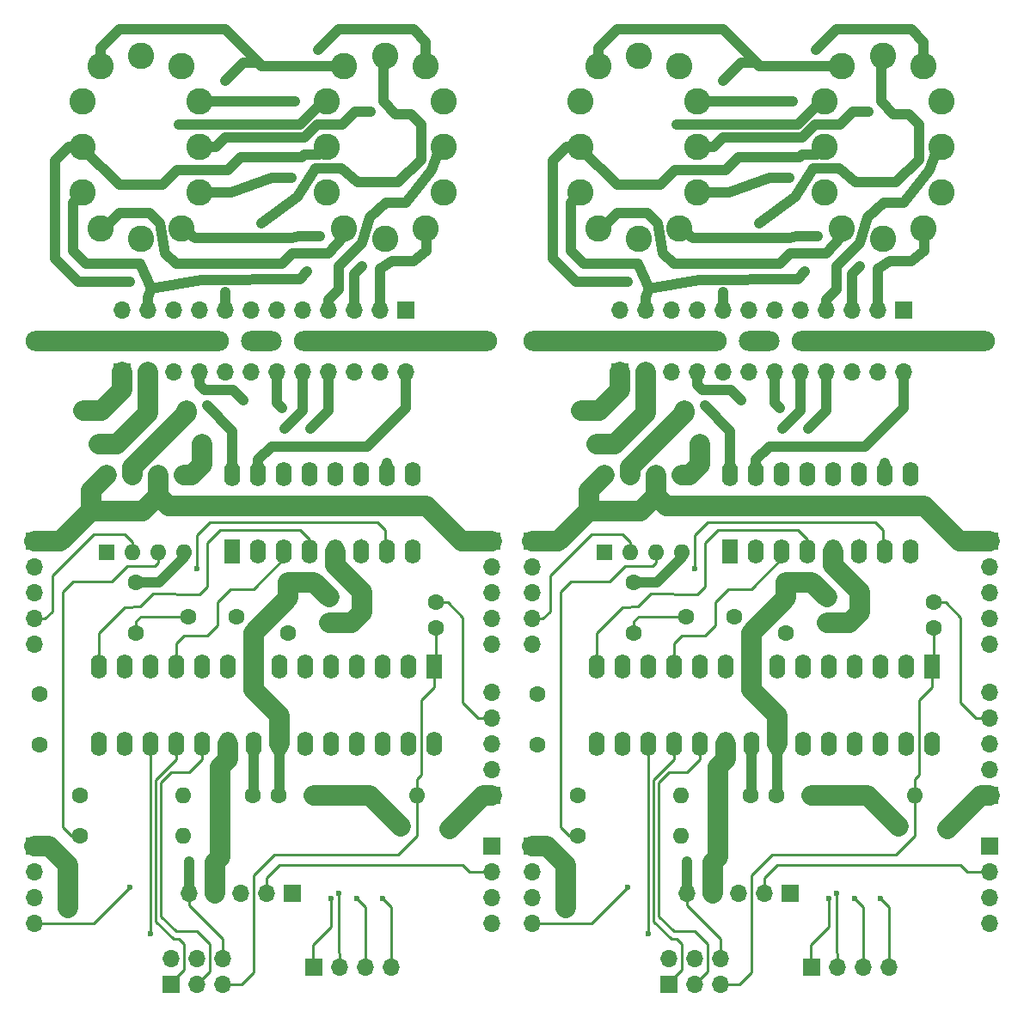
<source format=gbl>
G04 #@! TF.FileFunction,Copper,L2,Bot,Signal*
%FSLAX46Y46*%
G04 Gerber Fmt 4.6, Leading zero omitted, Abs format (unit mm)*
G04 Created by KiCad (PCBNEW 4.0.7) date 10/23/17 00:13:22*
%MOMM*%
%LPD*%
G01*
G04 APERTURE LIST*
%ADD10C,0.100000*%
%ADD11R,1.600000X1.600000*%
%ADD12O,1.600000X1.600000*%
%ADD13C,1.600000*%
%ADD14R,1.700000X1.700000*%
%ADD15O,1.700000X1.700000*%
%ADD16R,1.600000X2.400000*%
%ADD17O,1.600000X2.400000*%
%ADD18C,2.600000*%
%ADD19O,20.000000X2.000000*%
%ADD20O,4.000000X2.000000*%
%ADD21C,0.600000*%
%ADD22C,2.000000*%
%ADD23C,1.000000*%
%ADD24C,0.250000*%
G04 APERTURE END LIST*
D10*
D11*
X166924000Y-99868000D03*
D12*
X174544000Y-92248000D03*
X169464000Y-99868000D03*
X172004000Y-92248000D03*
X172004000Y-99868000D03*
X169464000Y-92248000D03*
X174544000Y-99868000D03*
X166924000Y-92248000D03*
D13*
X188868000Y-106778000D03*
X188868000Y-104278000D03*
X199368000Y-104778000D03*
X199368000Y-107278000D03*
X160368000Y-118778000D03*
X160368000Y-113778000D03*
X181368000Y-123778000D03*
X183868000Y-123778000D03*
X184868000Y-102778000D03*
X184868000Y-107778000D03*
X169868000Y-102778000D03*
X169868000Y-107778000D03*
D14*
X204868000Y-128778000D03*
D15*
X204868000Y-131318000D03*
X204868000Y-133858000D03*
X204868000Y-136398000D03*
D14*
X204868000Y-123778000D03*
D15*
X204868000Y-121238000D03*
X204868000Y-118698000D03*
X204868000Y-116158000D03*
X204868000Y-113618000D03*
D14*
X159868000Y-128778000D03*
D15*
X159868000Y-131318000D03*
X159868000Y-133858000D03*
X159868000Y-136398000D03*
D14*
X173274000Y-142413000D03*
D15*
X173274000Y-139873000D03*
X175814000Y-142413000D03*
X175814000Y-139873000D03*
X178354000Y-142413000D03*
X178354000Y-139873000D03*
D14*
X187368000Y-140778000D03*
D15*
X189908000Y-140778000D03*
X192448000Y-140778000D03*
X194988000Y-140778000D03*
D14*
X204868000Y-98778000D03*
D15*
X204868000Y-101318000D03*
X204868000Y-103858000D03*
X204868000Y-106398000D03*
X204868000Y-108938000D03*
D14*
X159868000Y-98778000D03*
D15*
X159868000Y-101318000D03*
X159868000Y-103858000D03*
X159868000Y-106398000D03*
X159868000Y-108938000D03*
D13*
X187368000Y-123778000D03*
D12*
X197528000Y-123778000D03*
D13*
X164368000Y-123778000D03*
D12*
X174528000Y-123778000D03*
D13*
X174798000Y-85898000D03*
D12*
X164638000Y-85898000D03*
D13*
X164368000Y-127778000D03*
D12*
X174528000Y-127778000D03*
D13*
X176322000Y-89200000D03*
D12*
X166162000Y-89200000D03*
D16*
X199214000Y-111076000D03*
D17*
X166194000Y-118696000D03*
X196674000Y-111076000D03*
X168734000Y-118696000D03*
X194134000Y-111076000D03*
X171274000Y-118696000D03*
X191594000Y-111076000D03*
X173814000Y-118696000D03*
X189054000Y-111076000D03*
X176354000Y-118696000D03*
X186514000Y-111076000D03*
X178894000Y-118696000D03*
X183974000Y-111076000D03*
X181434000Y-118696000D03*
X181434000Y-111076000D03*
X183974000Y-118696000D03*
X178894000Y-111076000D03*
X186514000Y-118696000D03*
X176354000Y-111076000D03*
X189054000Y-118696000D03*
X173814000Y-111076000D03*
X191594000Y-118696000D03*
X171274000Y-111076000D03*
X194134000Y-118696000D03*
X168734000Y-111076000D03*
X196674000Y-118696000D03*
X166194000Y-111076000D03*
X199214000Y-118696000D03*
D16*
X179368000Y-99778000D03*
D17*
X197148000Y-92158000D03*
X181908000Y-99778000D03*
X194608000Y-92158000D03*
X184448000Y-99778000D03*
X192068000Y-92158000D03*
X186988000Y-99778000D03*
X189528000Y-92158000D03*
X189528000Y-99778000D03*
X186988000Y-92158000D03*
X192068000Y-99778000D03*
X184448000Y-92158000D03*
X194608000Y-99778000D03*
X181908000Y-92158000D03*
X197148000Y-99778000D03*
X179368000Y-92158000D03*
D18*
X170368000Y-68904000D03*
X166368000Y-67904000D03*
X164618000Y-64404000D03*
X164618000Y-59904000D03*
X164618000Y-55404000D03*
X166368000Y-51904000D03*
X170368000Y-50904000D03*
X174368000Y-51904000D03*
X176118000Y-55404000D03*
X176118000Y-59904000D03*
X176118000Y-64404000D03*
X174368000Y-67904000D03*
X194368000Y-68904000D03*
X190368000Y-67904000D03*
X188618000Y-64404000D03*
X188618000Y-59904000D03*
X188618000Y-55404000D03*
X190368000Y-51904000D03*
X194368000Y-50904000D03*
X198368000Y-51904000D03*
X200118000Y-55404000D03*
X200118000Y-59904000D03*
X200118000Y-64404000D03*
X198368000Y-67904000D03*
D13*
X174968000Y-106178000D03*
X179768000Y-106178000D03*
D14*
X185244000Y-133428000D03*
D15*
X182704000Y-133428000D03*
X180164000Y-133428000D03*
X177624000Y-133428000D03*
X175084000Y-133428000D03*
D14*
X168448000Y-82088000D03*
D15*
X170988000Y-82088000D03*
X173528000Y-82088000D03*
X176068000Y-82088000D03*
X178608000Y-82088000D03*
X181148000Y-82088000D03*
X183688000Y-82088000D03*
X186228000Y-82088000D03*
X188768000Y-82088000D03*
X191308000Y-82088000D03*
X193848000Y-82088000D03*
X196388000Y-82088000D03*
D14*
X196388000Y-75992000D03*
D15*
X193848000Y-75992000D03*
X191308000Y-75992000D03*
X188768000Y-75992000D03*
X186228000Y-75992000D03*
X183688000Y-75992000D03*
X181148000Y-75992000D03*
X178608000Y-75992000D03*
X176068000Y-75992000D03*
X173528000Y-75992000D03*
X170988000Y-75992000D03*
X168448000Y-75992000D03*
D19*
X168956000Y-79040000D03*
X195372000Y-79040000D03*
D20*
X182164000Y-79040000D03*
D11*
X117902000Y-99868000D03*
D12*
X125522000Y-92248000D03*
X120442000Y-99868000D03*
X122982000Y-92248000D03*
X122982000Y-99868000D03*
X120442000Y-92248000D03*
X125522000Y-99868000D03*
X117902000Y-92248000D03*
D13*
X139846000Y-106778000D03*
X139846000Y-104278000D03*
X150346000Y-104778000D03*
X150346000Y-107278000D03*
X111346000Y-118778000D03*
X111346000Y-113778000D03*
X132346000Y-123778000D03*
X134846000Y-123778000D03*
X135846000Y-102778000D03*
X135846000Y-107778000D03*
X120846000Y-102778000D03*
X120846000Y-107778000D03*
D14*
X155846000Y-128778000D03*
D15*
X155846000Y-131318000D03*
X155846000Y-133858000D03*
X155846000Y-136398000D03*
D14*
X155846000Y-123778000D03*
D15*
X155846000Y-121238000D03*
X155846000Y-118698000D03*
X155846000Y-116158000D03*
X155846000Y-113618000D03*
D14*
X110846000Y-128778000D03*
D15*
X110846000Y-131318000D03*
X110846000Y-133858000D03*
X110846000Y-136398000D03*
D14*
X124252000Y-142413000D03*
D15*
X124252000Y-139873000D03*
X126792000Y-142413000D03*
X126792000Y-139873000D03*
X129332000Y-142413000D03*
X129332000Y-139873000D03*
D14*
X138346000Y-140778000D03*
D15*
X140886000Y-140778000D03*
X143426000Y-140778000D03*
X145966000Y-140778000D03*
D14*
X155846000Y-98778000D03*
D15*
X155846000Y-101318000D03*
X155846000Y-103858000D03*
X155846000Y-106398000D03*
X155846000Y-108938000D03*
D14*
X110846000Y-98778000D03*
D15*
X110846000Y-101318000D03*
X110846000Y-103858000D03*
X110846000Y-106398000D03*
X110846000Y-108938000D03*
D13*
X138346000Y-123778000D03*
D12*
X148506000Y-123778000D03*
D13*
X115346000Y-123778000D03*
D12*
X125506000Y-123778000D03*
D13*
X125776000Y-85898000D03*
D12*
X115616000Y-85898000D03*
D13*
X115346000Y-127778000D03*
D12*
X125506000Y-127778000D03*
D13*
X127300000Y-89200000D03*
D12*
X117140000Y-89200000D03*
D16*
X150192000Y-111076000D03*
D17*
X117172000Y-118696000D03*
X147652000Y-111076000D03*
X119712000Y-118696000D03*
X145112000Y-111076000D03*
X122252000Y-118696000D03*
X142572000Y-111076000D03*
X124792000Y-118696000D03*
X140032000Y-111076000D03*
X127332000Y-118696000D03*
X137492000Y-111076000D03*
X129872000Y-118696000D03*
X134952000Y-111076000D03*
X132412000Y-118696000D03*
X132412000Y-111076000D03*
X134952000Y-118696000D03*
X129872000Y-111076000D03*
X137492000Y-118696000D03*
X127332000Y-111076000D03*
X140032000Y-118696000D03*
X124792000Y-111076000D03*
X142572000Y-118696000D03*
X122252000Y-111076000D03*
X145112000Y-118696000D03*
X119712000Y-111076000D03*
X147652000Y-118696000D03*
X117172000Y-111076000D03*
X150192000Y-118696000D03*
D16*
X130346000Y-99778000D03*
D17*
X148126000Y-92158000D03*
X132886000Y-99778000D03*
X145586000Y-92158000D03*
X135426000Y-99778000D03*
X143046000Y-92158000D03*
X137966000Y-99778000D03*
X140506000Y-92158000D03*
X140506000Y-99778000D03*
X137966000Y-92158000D03*
X143046000Y-99778000D03*
X135426000Y-92158000D03*
X145586000Y-99778000D03*
X132886000Y-92158000D03*
X148126000Y-99778000D03*
X130346000Y-92158000D03*
D18*
X121346000Y-68904000D03*
X117346000Y-67904000D03*
X115596000Y-64404000D03*
X115596000Y-59904000D03*
X115596000Y-55404000D03*
X117346000Y-51904000D03*
X121346000Y-50904000D03*
X125346000Y-51904000D03*
X127096000Y-55404000D03*
X127096000Y-59904000D03*
X127096000Y-64404000D03*
X125346000Y-67904000D03*
X145346000Y-68904000D03*
X141346000Y-67904000D03*
X139596000Y-64404000D03*
X139596000Y-59904000D03*
X139596000Y-55404000D03*
X141346000Y-51904000D03*
X145346000Y-50904000D03*
X149346000Y-51904000D03*
X151096000Y-55404000D03*
X151096000Y-59904000D03*
X151096000Y-64404000D03*
X149346000Y-67904000D03*
D13*
X125946000Y-106178000D03*
X130746000Y-106178000D03*
D14*
X136222000Y-133428000D03*
D15*
X133682000Y-133428000D03*
X131142000Y-133428000D03*
X128602000Y-133428000D03*
X126062000Y-133428000D03*
D14*
X119426000Y-82088000D03*
D15*
X121966000Y-82088000D03*
X124506000Y-82088000D03*
X127046000Y-82088000D03*
X129586000Y-82088000D03*
X132126000Y-82088000D03*
X134666000Y-82088000D03*
X137206000Y-82088000D03*
X139746000Y-82088000D03*
X142286000Y-82088000D03*
X144826000Y-82088000D03*
X147366000Y-82088000D03*
D14*
X147366000Y-75992000D03*
D15*
X144826000Y-75992000D03*
X142286000Y-75992000D03*
X139746000Y-75992000D03*
X137206000Y-75992000D03*
X134666000Y-75992000D03*
X132126000Y-75992000D03*
X129586000Y-75992000D03*
X127046000Y-75992000D03*
X124506000Y-75992000D03*
X121966000Y-75992000D03*
X119426000Y-75992000D03*
D19*
X119934000Y-79040000D03*
X146350000Y-79040000D03*
D20*
X133142000Y-79040000D03*
D21*
X163146000Y-134858000D03*
X200738000Y-127078000D03*
X195912000Y-126824000D03*
X114124000Y-134858000D03*
X151716000Y-127078000D03*
X146890000Y-126824000D03*
X175052000Y-130348000D03*
X169210000Y-132888000D03*
X126030000Y-130348000D03*
X120188000Y-132888000D03*
X171242000Y-137460000D03*
X122220000Y-137460000D03*
X189054000Y-133936000D03*
X140032000Y-133936000D03*
X189816000Y-133428000D03*
X140794000Y-133428000D03*
X191594000Y-133936000D03*
X142572000Y-133936000D03*
X194134000Y-133936000D03*
X145112000Y-133936000D03*
X175846000Y-101424000D03*
X126824000Y-101424000D03*
X176830000Y-85390000D03*
X127808000Y-85390000D03*
X180386000Y-84882000D03*
X131364000Y-84882000D03*
X184196000Y-85644000D03*
X135174000Y-85644000D03*
X184450000Y-87676000D03*
X135428000Y-87676000D03*
X186990000Y-87676000D03*
X137968000Y-87676000D03*
X187944000Y-68646000D03*
X138922000Y-68646000D03*
X192070000Y-71674000D03*
X185194000Y-62896000D03*
X143048000Y-71674000D03*
X136172000Y-62896000D03*
X192944000Y-56396000D03*
X143922000Y-56396000D03*
X185466000Y-55418000D03*
X136444000Y-55418000D03*
X187752000Y-50338000D03*
X138730000Y-50338000D03*
X182194000Y-67396000D03*
X133172000Y-67396000D03*
X178608000Y-74214000D03*
X178608000Y-53386000D03*
X129586000Y-74214000D03*
X129586000Y-53386000D03*
X174036000Y-57704000D03*
X125014000Y-57704000D03*
X169210000Y-73198000D03*
X120188000Y-73198000D03*
X186694000Y-72146000D03*
X137672000Y-72146000D03*
D22*
X163146000Y-134858000D02*
X163146000Y-130634000D01*
X163146000Y-130634000D02*
X161290000Y-128778000D01*
X159868000Y-128778000D02*
X161290000Y-128778000D01*
X188868000Y-106778000D02*
X191066000Y-106778000D01*
X189528000Y-101136000D02*
X189528000Y-99778000D01*
X192102000Y-103710000D02*
X189528000Y-101136000D01*
X192102000Y-105742000D02*
X192102000Y-103710000D01*
X191066000Y-106778000D02*
X192102000Y-105742000D01*
X187368000Y-123778000D02*
X192866000Y-123778000D01*
X200738000Y-127078000D02*
X204038000Y-123778000D01*
X192866000Y-123778000D02*
X195912000Y-126824000D01*
X204038000Y-123778000D02*
X204868000Y-123778000D01*
X178894000Y-118696000D02*
X178894000Y-120220000D01*
X177624000Y-130380000D02*
X177624000Y-133428000D01*
X178132000Y-129872000D02*
X177624000Y-130380000D01*
X178132000Y-120982000D02*
X178132000Y-129872000D01*
X178894000Y-120220000D02*
X178132000Y-120982000D01*
X114124000Y-134858000D02*
X114124000Y-130634000D01*
X114124000Y-130634000D02*
X112268000Y-128778000D01*
X110846000Y-128778000D02*
X112268000Y-128778000D01*
X139846000Y-106778000D02*
X142044000Y-106778000D01*
X140506000Y-101136000D02*
X140506000Y-99778000D01*
X143080000Y-103710000D02*
X140506000Y-101136000D01*
X143080000Y-105742000D02*
X143080000Y-103710000D01*
X142044000Y-106778000D02*
X143080000Y-105742000D01*
X138346000Y-123778000D02*
X143844000Y-123778000D01*
X151716000Y-127078000D02*
X155016000Y-123778000D01*
X143844000Y-123778000D02*
X146890000Y-126824000D01*
X155016000Y-123778000D02*
X155846000Y-123778000D01*
X129872000Y-118696000D02*
X129872000Y-120220000D01*
X128602000Y-130380000D02*
X128602000Y-133428000D01*
X129110000Y-129872000D02*
X128602000Y-130380000D01*
X129110000Y-120982000D02*
X129110000Y-129872000D01*
X129872000Y-120220000D02*
X129110000Y-120982000D01*
D23*
X175084000Y-133428000D02*
X175084000Y-130380000D01*
X175084000Y-130380000D02*
X175052000Y-130348000D01*
D24*
X175052000Y-130348000D02*
X175084000Y-130380000D01*
X175084000Y-133428000D02*
X175084000Y-134634000D01*
X175084000Y-134634000D02*
X178354000Y-137904000D01*
X178354000Y-137904000D02*
X178354000Y-139873000D01*
X159868000Y-136398000D02*
X165700000Y-136398000D01*
X165700000Y-136398000D02*
X169210000Y-132888000D01*
X169464000Y-99868000D02*
X169464000Y-98852000D01*
X160902000Y-106398000D02*
X159868000Y-106398000D01*
X161590000Y-105710000D02*
X160902000Y-106398000D01*
X161590000Y-102154000D02*
X161590000Y-105710000D01*
X165654000Y-98090000D02*
X161590000Y-102154000D01*
X168702000Y-98090000D02*
X165654000Y-98090000D01*
X169464000Y-98852000D02*
X168702000Y-98090000D01*
D23*
X174544000Y-99868000D02*
X174544000Y-100376000D01*
X174544000Y-100376000D02*
X172142000Y-102778000D01*
X172142000Y-102778000D02*
X169868000Y-102778000D01*
D22*
X184868000Y-102778000D02*
X187368000Y-102778000D01*
X187368000Y-102778000D02*
X188868000Y-104278000D01*
X184868000Y-102778000D02*
X184868000Y-104350000D01*
X184868000Y-104350000D02*
X181434000Y-107784000D01*
X181434000Y-107784000D02*
X181434000Y-111076000D01*
D23*
X183974000Y-118696000D02*
X183974000Y-123672000D01*
X183974000Y-123672000D02*
X183868000Y-123778000D01*
D22*
X181434000Y-111076000D02*
X181434000Y-113362000D01*
X183974000Y-115902000D02*
X183974000Y-118696000D01*
X181434000Y-113362000D02*
X183974000Y-115902000D01*
D23*
X126062000Y-133428000D02*
X126062000Y-130380000D01*
X126062000Y-130380000D02*
X126030000Y-130348000D01*
D24*
X126030000Y-130348000D02*
X126062000Y-130380000D01*
X126062000Y-133428000D02*
X126062000Y-134634000D01*
X126062000Y-134634000D02*
X129332000Y-137904000D01*
X129332000Y-137904000D02*
X129332000Y-139873000D01*
X110846000Y-136398000D02*
X116678000Y-136398000D01*
X116678000Y-136398000D02*
X120188000Y-132888000D01*
X120442000Y-99868000D02*
X120442000Y-98852000D01*
X111880000Y-106398000D02*
X110846000Y-106398000D01*
X112568000Y-105710000D02*
X111880000Y-106398000D01*
X112568000Y-102154000D02*
X112568000Y-105710000D01*
X116632000Y-98090000D02*
X112568000Y-102154000D01*
X119680000Y-98090000D02*
X116632000Y-98090000D01*
X120442000Y-98852000D02*
X119680000Y-98090000D01*
D23*
X125522000Y-99868000D02*
X125522000Y-100376000D01*
X125522000Y-100376000D02*
X123120000Y-102778000D01*
X123120000Y-102778000D02*
X120846000Y-102778000D01*
D22*
X135846000Y-102778000D02*
X138346000Y-102778000D01*
X138346000Y-102778000D02*
X139846000Y-104278000D01*
X135846000Y-102778000D02*
X135846000Y-104350000D01*
X135846000Y-104350000D02*
X132412000Y-107784000D01*
X132412000Y-107784000D02*
X132412000Y-111076000D01*
D23*
X134952000Y-118696000D02*
X134952000Y-123672000D01*
X134952000Y-123672000D02*
X134846000Y-123778000D01*
D22*
X132412000Y-111076000D02*
X132412000Y-113362000D01*
X134952000Y-115902000D02*
X134952000Y-118696000D01*
X132412000Y-113362000D02*
X134952000Y-115902000D01*
D24*
X204868000Y-116158000D02*
X203534000Y-116158000D01*
X200536000Y-104778000D02*
X199368000Y-104778000D01*
X202008000Y-106250000D02*
X200536000Y-104778000D01*
X202008000Y-114632000D02*
X202008000Y-106250000D01*
X203534000Y-116158000D02*
X202008000Y-114632000D01*
X155846000Y-116158000D02*
X154512000Y-116158000D01*
X151514000Y-104778000D02*
X150346000Y-104778000D01*
X152986000Y-106250000D02*
X151514000Y-104778000D01*
X152986000Y-114632000D02*
X152986000Y-106250000D01*
X154512000Y-116158000D02*
X152986000Y-114632000D01*
X181434000Y-131650000D02*
X181434000Y-141238000D01*
X181434000Y-131650000D02*
X183466000Y-129618000D01*
X183466000Y-129618000D02*
X195658000Y-129618000D01*
X195658000Y-129618000D02*
X197528000Y-127748000D01*
X197528000Y-123778000D02*
X197528000Y-127748000D01*
X180259000Y-142413000D02*
X178354000Y-142413000D01*
X181434000Y-141238000D02*
X180259000Y-142413000D01*
X199368000Y-107278000D02*
X199368000Y-110922000D01*
X199368000Y-110922000D02*
X199214000Y-111076000D01*
X197944000Y-115140000D02*
X197944000Y-114378000D01*
X197528000Y-122160000D02*
X197944000Y-121744000D01*
X197944000Y-121744000D02*
X197944000Y-115140000D01*
X197528000Y-123778000D02*
X197528000Y-122160000D01*
X199214000Y-113108000D02*
X199214000Y-111076000D01*
X197944000Y-114378000D02*
X199214000Y-113108000D01*
X132412000Y-131650000D02*
X132412000Y-141238000D01*
X132412000Y-131650000D02*
X134444000Y-129618000D01*
X134444000Y-129618000D02*
X146636000Y-129618000D01*
X146636000Y-129618000D02*
X148506000Y-127748000D01*
X148506000Y-123778000D02*
X148506000Y-127748000D01*
X131237000Y-142413000D02*
X129332000Y-142413000D01*
X132412000Y-141238000D02*
X131237000Y-142413000D01*
X150346000Y-107278000D02*
X150346000Y-110922000D01*
X150346000Y-110922000D02*
X150192000Y-111076000D01*
X148922000Y-115140000D02*
X148922000Y-114378000D01*
X148506000Y-122160000D02*
X148922000Y-121744000D01*
X148922000Y-121744000D02*
X148922000Y-115140000D01*
X148506000Y-123778000D02*
X148506000Y-122160000D01*
X150192000Y-113108000D02*
X150192000Y-111076000D01*
X148922000Y-114378000D02*
X150192000Y-113108000D01*
D23*
X181434000Y-118696000D02*
X181434000Y-123712000D01*
X181434000Y-123712000D02*
X181368000Y-123778000D01*
X132412000Y-118696000D02*
X132412000Y-123712000D01*
X132412000Y-123712000D02*
X132346000Y-123778000D01*
D24*
X174968000Y-106178000D02*
X170330000Y-106178000D01*
X169868000Y-106640000D02*
X169868000Y-107778000D01*
X170330000Y-106178000D02*
X169868000Y-106640000D01*
X125946000Y-106178000D02*
X121308000Y-106178000D01*
X120846000Y-106640000D02*
X120846000Y-107778000D01*
X121308000Y-106178000D02*
X120846000Y-106640000D01*
X182704000Y-133428000D02*
X182704000Y-131904000D01*
X202692000Y-131318000D02*
X204868000Y-131318000D01*
X202008000Y-130634000D02*
X202692000Y-131318000D01*
X183974000Y-130634000D02*
X202008000Y-130634000D01*
X182704000Y-131904000D02*
X183974000Y-130634000D01*
X133682000Y-133428000D02*
X133682000Y-131904000D01*
X153670000Y-131318000D02*
X155846000Y-131318000D01*
X152986000Y-130634000D02*
X153670000Y-131318000D01*
X134952000Y-130634000D02*
X152986000Y-130634000D01*
X133682000Y-131904000D02*
X134952000Y-130634000D01*
X171782000Y-134666000D02*
X171782000Y-136222000D01*
X174544000Y-141016000D02*
X173274000Y-142286000D01*
X174544000Y-138476000D02*
X174544000Y-141016000D01*
X174036000Y-137968000D02*
X174544000Y-138476000D01*
X173528000Y-137968000D02*
X174036000Y-137968000D01*
X171782000Y-136222000D02*
X173528000Y-137968000D01*
X173274000Y-142286000D02*
X173274000Y-142413000D01*
X171782000Y-122252000D02*
X171782000Y-134666000D01*
X171782000Y-134666000D02*
X171782000Y-134698000D01*
X173814000Y-120220000D02*
X173814000Y-118696000D01*
X173814000Y-120220000D02*
X171782000Y-122252000D01*
X122760000Y-134666000D02*
X122760000Y-136222000D01*
X125522000Y-141016000D02*
X124252000Y-142286000D01*
X125522000Y-138476000D02*
X125522000Y-141016000D01*
X125014000Y-137968000D02*
X125522000Y-138476000D01*
X124506000Y-137968000D02*
X125014000Y-137968000D01*
X122760000Y-136222000D02*
X124506000Y-137968000D01*
X124252000Y-142286000D02*
X124252000Y-142413000D01*
X122760000Y-122252000D02*
X122760000Y-134666000D01*
X122760000Y-134666000D02*
X122760000Y-134698000D01*
X124792000Y-120220000D02*
X124792000Y-118696000D01*
X124792000Y-120220000D02*
X122760000Y-122252000D01*
X172290000Y-135682000D02*
X172290000Y-135714000D01*
X172290000Y-135714000D02*
X173782000Y-137206000D01*
X177084000Y-141143000D02*
X175814000Y-142413000D01*
X177084000Y-138476000D02*
X177084000Y-141143000D01*
X175814000Y-137206000D02*
X177084000Y-138476000D01*
X173782000Y-137206000D02*
X175814000Y-137206000D01*
X172290000Y-122506000D02*
X172290000Y-135682000D01*
X173306000Y-121490000D02*
X172290000Y-122506000D01*
X175084000Y-121490000D02*
X173306000Y-121490000D01*
X176354000Y-118696000D02*
X176354000Y-120220000D01*
X176354000Y-120220000D02*
X175084000Y-121490000D01*
X123268000Y-135682000D02*
X123268000Y-135714000D01*
X123268000Y-135714000D02*
X124760000Y-137206000D01*
X128062000Y-141143000D02*
X126792000Y-142413000D01*
X128062000Y-138476000D02*
X128062000Y-141143000D01*
X126792000Y-137206000D02*
X128062000Y-138476000D01*
X124760000Y-137206000D02*
X126792000Y-137206000D01*
X123268000Y-122506000D02*
X123268000Y-135682000D01*
X124284000Y-121490000D02*
X123268000Y-122506000D01*
X126062000Y-121490000D02*
X124284000Y-121490000D01*
X127332000Y-118696000D02*
X127332000Y-120220000D01*
X127332000Y-120220000D02*
X126062000Y-121490000D01*
X171274000Y-134158000D02*
X171274000Y-137428000D01*
X171274000Y-137428000D02*
X171242000Y-137460000D01*
X171274000Y-118696000D02*
X171274000Y-134158000D01*
X171274000Y-134158000D02*
X171274000Y-134190000D01*
X122252000Y-134158000D02*
X122252000Y-137428000D01*
X122252000Y-137428000D02*
X122220000Y-137460000D01*
X122252000Y-118696000D02*
X122252000Y-134158000D01*
X122252000Y-134158000D02*
X122252000Y-134190000D01*
X187276000Y-138508000D02*
X187276000Y-140686000D01*
X189054000Y-136730000D02*
X187276000Y-138508000D01*
X189054000Y-133936000D02*
X189054000Y-136730000D01*
X187276000Y-140686000D02*
X187368000Y-140778000D01*
X138254000Y-138508000D02*
X138254000Y-140686000D01*
X140032000Y-136730000D02*
X138254000Y-138508000D01*
X140032000Y-133936000D02*
X140032000Y-136730000D01*
X138254000Y-140686000D02*
X138346000Y-140778000D01*
X189908000Y-139362000D02*
X189908000Y-140778000D01*
X189816000Y-139270000D02*
X189908000Y-139362000D01*
X189816000Y-133428000D02*
X189816000Y-139270000D01*
X140886000Y-139362000D02*
X140886000Y-140778000D01*
X140794000Y-139270000D02*
X140886000Y-139362000D01*
X140794000Y-133428000D02*
X140794000Y-139270000D01*
X192448000Y-134790000D02*
X192448000Y-140778000D01*
X191594000Y-133936000D02*
X192448000Y-134790000D01*
X143426000Y-134790000D02*
X143426000Y-140778000D01*
X142572000Y-133936000D02*
X143426000Y-134790000D01*
X194988000Y-134790000D02*
X194988000Y-140778000D01*
X194134000Y-133936000D02*
X194988000Y-134790000D01*
X145966000Y-134790000D02*
X145966000Y-140778000D01*
X145112000Y-133936000D02*
X145966000Y-134790000D01*
D22*
X196896000Y-95296000D02*
X198420000Y-95296000D01*
X173020000Y-95296000D02*
X196896000Y-95296000D01*
X172004000Y-94280000D02*
X173020000Y-95296000D01*
X201902000Y-98778000D02*
X204868000Y-98778000D01*
X198420000Y-95296000D02*
X201902000Y-98778000D01*
X172004000Y-92248000D02*
X172004000Y-94280000D01*
X170480000Y-95804000D02*
X165400000Y-95804000D01*
X172004000Y-94280000D02*
X170480000Y-95804000D01*
X159868000Y-98778000D02*
X162426000Y-98778000D01*
X165400000Y-93772000D02*
X166924000Y-92248000D01*
X165400000Y-95804000D02*
X165400000Y-93772000D01*
X162426000Y-98778000D02*
X165400000Y-95804000D01*
X159868000Y-98778000D02*
X159950000Y-98778000D01*
X147874000Y-95296000D02*
X149398000Y-95296000D01*
X123998000Y-95296000D02*
X147874000Y-95296000D01*
X122982000Y-94280000D02*
X123998000Y-95296000D01*
X152880000Y-98778000D02*
X155846000Y-98778000D01*
X149398000Y-95296000D02*
X152880000Y-98778000D01*
X122982000Y-92248000D02*
X122982000Y-94280000D01*
X121458000Y-95804000D02*
X116378000Y-95804000D01*
X122982000Y-94280000D02*
X121458000Y-95804000D01*
X110846000Y-98778000D02*
X113404000Y-98778000D01*
X116378000Y-93772000D02*
X117902000Y-92248000D01*
X116378000Y-95804000D02*
X116378000Y-93772000D01*
X113404000Y-98778000D02*
X116378000Y-95804000D01*
X110846000Y-98778000D02*
X110928000Y-98778000D01*
X169464000Y-92248000D02*
X169464000Y-91486000D01*
X169464000Y-91486000D02*
X174798000Y-86152000D01*
X174798000Y-86152000D02*
X174798000Y-85898000D01*
X120442000Y-92248000D02*
X120442000Y-91486000D01*
X120442000Y-91486000D02*
X125776000Y-86152000D01*
X125776000Y-86152000D02*
X125776000Y-85898000D01*
D24*
X168988000Y-101170000D02*
X171718000Y-101170000D01*
X168988000Y-101170000D02*
X167464000Y-102694000D01*
X167464000Y-102694000D02*
X163654000Y-102694000D01*
X163654000Y-102694000D02*
X162638000Y-103710000D01*
X164368000Y-127778000D02*
X163462000Y-127778000D01*
X162638000Y-126954000D02*
X162638000Y-103710000D01*
X163462000Y-127778000D02*
X162638000Y-126954000D01*
X172004000Y-100884000D02*
X172004000Y-99868000D01*
X171718000Y-101170000D02*
X172004000Y-100884000D01*
X119966000Y-101170000D02*
X122696000Y-101170000D01*
X119966000Y-101170000D02*
X118442000Y-102694000D01*
X118442000Y-102694000D02*
X114632000Y-102694000D01*
X114632000Y-102694000D02*
X113616000Y-103710000D01*
X115346000Y-127778000D02*
X114440000Y-127778000D01*
X113616000Y-126954000D02*
X113616000Y-103710000D01*
X114440000Y-127778000D02*
X113616000Y-126954000D01*
X122982000Y-100884000D02*
X122982000Y-99868000D01*
X122696000Y-101170000D02*
X122982000Y-100884000D01*
D22*
X174544000Y-92248000D02*
X175306000Y-92248000D01*
X175306000Y-92248000D02*
X176322000Y-91232000D01*
X176322000Y-91232000D02*
X176322000Y-89200000D01*
X125522000Y-92248000D02*
X126284000Y-92248000D01*
X126284000Y-92248000D02*
X127300000Y-91232000D01*
X127300000Y-91232000D02*
X127300000Y-89200000D01*
D24*
X179148000Y-103456000D02*
X181434000Y-103456000D01*
X173814000Y-108790000D02*
X174576000Y-108028000D01*
X174576000Y-108028000D02*
X176862000Y-108028000D01*
X176862000Y-108028000D02*
X177878000Y-107012000D01*
X177878000Y-107012000D02*
X177878000Y-104726000D01*
X177878000Y-104726000D02*
X179148000Y-103456000D01*
X173814000Y-111076000D02*
X173814000Y-108790000D01*
X181434000Y-103456000D02*
X184448000Y-100442000D01*
X184448000Y-100442000D02*
X184448000Y-99778000D01*
X130126000Y-103456000D02*
X132412000Y-103456000D01*
X124792000Y-108790000D02*
X125554000Y-108028000D01*
X125554000Y-108028000D02*
X127840000Y-108028000D01*
X127840000Y-108028000D02*
X128856000Y-107012000D01*
X128856000Y-107012000D02*
X128856000Y-104726000D01*
X128856000Y-104726000D02*
X130126000Y-103456000D01*
X124792000Y-111076000D02*
X124792000Y-108790000D01*
X132412000Y-103456000D02*
X135426000Y-100442000D01*
X135426000Y-100442000D02*
X135426000Y-99778000D01*
X192068000Y-99778000D02*
X192068000Y-98596000D01*
X143046000Y-99778000D02*
X143046000Y-98596000D01*
X194388000Y-97614000D02*
X194388000Y-99558000D01*
X193626000Y-96852000D02*
X194388000Y-97614000D01*
X177116000Y-96852000D02*
X193626000Y-96852000D01*
X175846000Y-98122000D02*
X177116000Y-96852000D01*
X175846000Y-101424000D02*
X175846000Y-98122000D01*
X194388000Y-99558000D02*
X194608000Y-99778000D01*
X145366000Y-97614000D02*
X145366000Y-99558000D01*
X144604000Y-96852000D02*
X145366000Y-97614000D01*
X128094000Y-96852000D02*
X144604000Y-96852000D01*
X126824000Y-98122000D02*
X128094000Y-96852000D01*
X126824000Y-101424000D02*
X126824000Y-98122000D01*
X145366000Y-99558000D02*
X145586000Y-99778000D01*
X166194000Y-111076000D02*
X166194000Y-107774000D01*
X176100000Y-103964000D02*
X176862000Y-103202000D01*
X171496000Y-103932000D02*
X176100000Y-103964000D01*
X170226000Y-105202000D02*
X171496000Y-103932000D01*
X168734000Y-105234000D02*
X170226000Y-105202000D01*
X166194000Y-107774000D02*
X168734000Y-105234000D01*
X186988000Y-99778000D02*
X186988000Y-98596000D01*
X186988000Y-98596000D02*
X186006000Y-97614000D01*
X186006000Y-97614000D02*
X178132000Y-97614000D01*
X178132000Y-97614000D02*
X176862000Y-98884000D01*
X176862000Y-98884000D02*
X176862000Y-103202000D01*
X117172000Y-111076000D02*
X117172000Y-107774000D01*
X127078000Y-103964000D02*
X127840000Y-103202000D01*
X122474000Y-103932000D02*
X127078000Y-103964000D01*
X121204000Y-105202000D02*
X122474000Y-103932000D01*
X119712000Y-105234000D02*
X121204000Y-105202000D01*
X117172000Y-107774000D02*
X119712000Y-105234000D01*
X137966000Y-99778000D02*
X137966000Y-98596000D01*
X137966000Y-98596000D02*
X136984000Y-97614000D01*
X136984000Y-97614000D02*
X129110000Y-97614000D01*
X129110000Y-97614000D02*
X127840000Y-98884000D01*
X127840000Y-98884000D02*
X127840000Y-103202000D01*
D22*
X164638000Y-85898000D02*
X166416000Y-85898000D01*
X168448000Y-83866000D02*
X168448000Y-82088000D01*
X166416000Y-85898000D02*
X168448000Y-83866000D01*
X115616000Y-85898000D02*
X117394000Y-85898000D01*
X119426000Y-83866000D02*
X119426000Y-82088000D01*
X117394000Y-85898000D02*
X119426000Y-83866000D01*
X166162000Y-89200000D02*
X167940000Y-89200000D01*
X170988000Y-86152000D02*
X170988000Y-82088000D01*
X167940000Y-89200000D02*
X170988000Y-86152000D01*
X117140000Y-89200000D02*
X118918000Y-89200000D01*
X121966000Y-86152000D02*
X121966000Y-82088000D01*
X118918000Y-89200000D02*
X121966000Y-86152000D01*
D23*
X179368000Y-92158000D02*
X179368000Y-87928000D01*
X179368000Y-87928000D02*
X176830000Y-85390000D01*
X130346000Y-92158000D02*
X130346000Y-87928000D01*
X130346000Y-87928000D02*
X127808000Y-85390000D01*
X176068000Y-83358000D02*
X176068000Y-82088000D01*
X176576000Y-83866000D02*
X176068000Y-83358000D01*
X179370000Y-83866000D02*
X176576000Y-83866000D01*
X180386000Y-84882000D02*
X179370000Y-83866000D01*
X127046000Y-83358000D02*
X127046000Y-82088000D01*
X127554000Y-83866000D02*
X127046000Y-83358000D01*
X130348000Y-83866000D02*
X127554000Y-83866000D01*
X131364000Y-84882000D02*
X130348000Y-83866000D01*
X194608000Y-92158000D02*
X194608000Y-91044000D01*
X145586000Y-92158000D02*
X145586000Y-91044000D01*
X183688000Y-85136000D02*
X183688000Y-82088000D01*
X184196000Y-85644000D02*
X183688000Y-85136000D01*
X134666000Y-85136000D02*
X134666000Y-82088000D01*
X135174000Y-85644000D02*
X134666000Y-85136000D01*
X186228000Y-85898000D02*
X186228000Y-82088000D01*
X184450000Y-87676000D02*
X186228000Y-85898000D01*
X137206000Y-85898000D02*
X137206000Y-82088000D01*
X135428000Y-87676000D02*
X137206000Y-85898000D01*
X188768000Y-85898000D02*
X188768000Y-82088000D01*
X186990000Y-87676000D02*
X188768000Y-85898000D01*
X139746000Y-85898000D02*
X139746000Y-82088000D01*
X137968000Y-87676000D02*
X139746000Y-85898000D01*
X181908000Y-92158000D02*
X181908000Y-90726000D01*
X196388000Y-85644000D02*
X196388000Y-82088000D01*
X192578000Y-89454000D02*
X196388000Y-85644000D01*
X183180000Y-89454000D02*
X192578000Y-89454000D01*
X181908000Y-90726000D02*
X183180000Y-89454000D01*
X132886000Y-92158000D02*
X132886000Y-90726000D01*
X147366000Y-85644000D02*
X147366000Y-82088000D01*
X143556000Y-89454000D02*
X147366000Y-85644000D01*
X134158000Y-89454000D02*
X143556000Y-89454000D01*
X132886000Y-90726000D02*
X134158000Y-89454000D01*
X185194000Y-68896000D02*
X181444000Y-68896000D01*
X177694000Y-68896000D02*
X175694000Y-68896000D01*
X174368000Y-67904000D02*
X175694000Y-68896000D01*
X187944000Y-68646000D02*
X185944000Y-68646000D01*
X185944000Y-68646000D02*
X185194000Y-68896000D01*
X181444000Y-68896000D02*
X177694000Y-68896000D01*
X136172000Y-68896000D02*
X132422000Y-68896000D01*
X128672000Y-68896000D02*
X126672000Y-68896000D01*
X125346000Y-67904000D02*
X126672000Y-68896000D01*
X138922000Y-68646000D02*
X136922000Y-68646000D01*
X136922000Y-68646000D02*
X136172000Y-68896000D01*
X132422000Y-68896000D02*
X128672000Y-68896000D01*
X193848000Y-75992000D02*
X193848000Y-74722000D01*
X198420000Y-70150000D02*
X198368000Y-67904000D01*
X197171402Y-71129764D02*
X198420000Y-70150000D01*
X195052097Y-71126184D02*
X197171402Y-71129764D01*
X193848000Y-71928000D02*
X195052097Y-71126184D01*
X193848000Y-74722000D02*
X193848000Y-71928000D01*
X144826000Y-75992000D02*
X144826000Y-74722000D01*
X149398000Y-70150000D02*
X149346000Y-67904000D01*
X148149402Y-71129764D02*
X149398000Y-70150000D01*
X146030097Y-71126184D02*
X148149402Y-71129764D01*
X144826000Y-71928000D02*
X146030097Y-71126184D01*
X144826000Y-74722000D02*
X144826000Y-71928000D01*
X191308000Y-75992000D02*
X191308000Y-72436000D01*
X191308000Y-72436000D02*
X192070000Y-71674000D01*
X176118000Y-64404000D02*
X179274000Y-64404000D01*
X183194000Y-62896000D02*
X185194000Y-62896000D01*
X179274000Y-64404000D02*
X183194000Y-62896000D01*
X142286000Y-75992000D02*
X142286000Y-72436000D01*
X142286000Y-72436000D02*
X143048000Y-71674000D01*
X127096000Y-64404000D02*
X130252000Y-64404000D01*
X134172000Y-62896000D02*
X136172000Y-62896000D01*
X130252000Y-64404000D02*
X134172000Y-62896000D01*
X189944000Y-57704000D02*
X190136000Y-57704000D01*
X191444000Y-56396000D02*
X192944000Y-56396000D01*
X190136000Y-57704000D02*
X191444000Y-56396000D01*
X189530000Y-57704000D02*
X189944000Y-57704000D01*
X189944000Y-57704000D02*
X190038000Y-57704000D01*
X177678000Y-59904000D02*
X178608000Y-58974000D01*
X178608000Y-58974000D02*
X186401060Y-58974000D01*
X186401060Y-58974000D02*
X187671060Y-57704000D01*
X187671060Y-57704000D02*
X189530000Y-57704000D01*
X176118000Y-59904000D02*
X177678000Y-59904000D01*
X194444000Y-65396000D02*
X192832000Y-66848000D01*
X192070000Y-69388000D02*
X192832000Y-66848000D01*
X188768000Y-74976000D02*
X188768000Y-75992000D01*
X189784000Y-73960000D02*
X189784000Y-71674000D01*
X188768000Y-74976000D02*
X189784000Y-73960000D01*
X189784000Y-71674000D02*
X192070000Y-69388000D01*
X200118000Y-59904000D02*
X199776000Y-59904000D01*
X199776000Y-59904000D02*
X198944000Y-62146000D01*
X198944000Y-62146000D02*
X197444000Y-64146000D01*
X197444000Y-64146000D02*
X196444000Y-65396000D01*
X196444000Y-65396000D02*
X194444000Y-65396000D01*
X140922000Y-57704000D02*
X141114000Y-57704000D01*
X142422000Y-56396000D02*
X143922000Y-56396000D01*
X141114000Y-57704000D02*
X142422000Y-56396000D01*
X140508000Y-57704000D02*
X140922000Y-57704000D01*
X140922000Y-57704000D02*
X141016000Y-57704000D01*
X128656000Y-59904000D02*
X129586000Y-58974000D01*
X129586000Y-58974000D02*
X137379060Y-58974000D01*
X137379060Y-58974000D02*
X138649060Y-57704000D01*
X138649060Y-57704000D02*
X140508000Y-57704000D01*
X127096000Y-59904000D02*
X128656000Y-59904000D01*
X145422000Y-65396000D02*
X143810000Y-66848000D01*
X143048000Y-69388000D02*
X143810000Y-66848000D01*
X139746000Y-74976000D02*
X139746000Y-75992000D01*
X140762000Y-73960000D02*
X140762000Y-71674000D01*
X139746000Y-74976000D02*
X140762000Y-73960000D01*
X140762000Y-71674000D02*
X143048000Y-69388000D01*
X151096000Y-59904000D02*
X150754000Y-59904000D01*
X150754000Y-59904000D02*
X149922000Y-62146000D01*
X149922000Y-62146000D02*
X148422000Y-64146000D01*
X148422000Y-64146000D02*
X147422000Y-65396000D01*
X147422000Y-65396000D02*
X145422000Y-65396000D01*
X176118000Y-55404000D02*
X185452000Y-55404000D01*
X185452000Y-55404000D02*
X185466000Y-55418000D01*
X127096000Y-55404000D02*
X136430000Y-55404000D01*
X136430000Y-55404000D02*
X136444000Y-55418000D01*
X198368000Y-49524000D02*
X198368000Y-51904000D01*
X197150000Y-48306000D02*
X198368000Y-49524000D01*
X189784000Y-48306000D02*
X197150000Y-48306000D01*
X187752000Y-50338000D02*
X189784000Y-48306000D01*
X149346000Y-49524000D02*
X149346000Y-51904000D01*
X148128000Y-48306000D02*
X149346000Y-49524000D01*
X140762000Y-48306000D02*
X148128000Y-48306000D01*
X138730000Y-50338000D02*
X140762000Y-48306000D01*
X195444000Y-56646000D02*
X194194000Y-55396000D01*
X196944000Y-56646000D02*
X195444000Y-56646000D01*
X182194000Y-67396000D02*
X185720000Y-64816000D01*
X185720000Y-64816000D02*
X187498000Y-62022000D01*
X187498000Y-62022000D02*
X190038000Y-62022000D01*
X190038000Y-62022000D02*
X191694000Y-63396000D01*
X197944000Y-61146000D02*
X195694000Y-63396000D01*
X197944000Y-57646000D02*
X197944000Y-61146000D01*
X195694000Y-63396000D02*
X191694000Y-63396000D01*
X197944000Y-57646000D02*
X196944000Y-56646000D01*
X194194000Y-55396000D02*
X194194000Y-51078000D01*
X194194000Y-51078000D02*
X194368000Y-50904000D01*
X146422000Y-56646000D02*
X145172000Y-55396000D01*
X147922000Y-56646000D02*
X146422000Y-56646000D01*
X133172000Y-67396000D02*
X136698000Y-64816000D01*
X136698000Y-64816000D02*
X138476000Y-62022000D01*
X138476000Y-62022000D02*
X141016000Y-62022000D01*
X141016000Y-62022000D02*
X142672000Y-63396000D01*
X148922000Y-61146000D02*
X146672000Y-63396000D01*
X148922000Y-57646000D02*
X148922000Y-61146000D01*
X146672000Y-63396000D02*
X142672000Y-63396000D01*
X148922000Y-57646000D02*
X147922000Y-56646000D01*
X145172000Y-55396000D02*
X145172000Y-51078000D01*
X145172000Y-51078000D02*
X145346000Y-50904000D01*
X178608000Y-53386000D02*
X180386000Y-51608000D01*
X181910000Y-51608000D02*
X180386000Y-51608000D01*
X178608000Y-74976000D02*
X178608000Y-75992000D01*
X178608000Y-74976000D02*
X178608000Y-74214000D01*
X183942000Y-51904000D02*
X182206000Y-51904000D01*
X182206000Y-51904000D02*
X181910000Y-51608000D01*
X184196000Y-51904000D02*
X183942000Y-51904000D01*
X183942000Y-51904000D02*
X183900000Y-51904000D01*
X190368000Y-51904000D02*
X184196000Y-51904000D01*
X184196000Y-51904000D02*
X184154000Y-51904000D01*
X166368000Y-50132000D02*
X166368000Y-51904000D01*
X181910000Y-51608000D02*
X178608000Y-48306000D01*
X178608000Y-48306000D02*
X168194000Y-48306000D01*
X168194000Y-48306000D02*
X166368000Y-50132000D01*
X129586000Y-53386000D02*
X131364000Y-51608000D01*
X132888000Y-51608000D02*
X131364000Y-51608000D01*
X129586000Y-74976000D02*
X129586000Y-75992000D01*
X129586000Y-74976000D02*
X129586000Y-74214000D01*
X134920000Y-51904000D02*
X133184000Y-51904000D01*
X133184000Y-51904000D02*
X132888000Y-51608000D01*
X135174000Y-51904000D02*
X134920000Y-51904000D01*
X134920000Y-51904000D02*
X134878000Y-51904000D01*
X141346000Y-51904000D02*
X135174000Y-51904000D01*
X135174000Y-51904000D02*
X135132000Y-51904000D01*
X117346000Y-50132000D02*
X117346000Y-51904000D01*
X132888000Y-51608000D02*
X129586000Y-48306000D01*
X129586000Y-48306000D02*
X119172000Y-48306000D01*
X119172000Y-48306000D02*
X117346000Y-50132000D01*
X185974000Y-57704000D02*
X188274000Y-55404000D01*
X174036000Y-57704000D02*
X185974000Y-57704000D01*
X188274000Y-55404000D02*
X188618000Y-55404000D01*
X136952000Y-57704000D02*
X139252000Y-55404000D01*
X125014000Y-57704000D02*
X136952000Y-57704000D01*
X139252000Y-55404000D02*
X139596000Y-55404000D01*
X180194000Y-60896000D02*
X186194000Y-60896000D01*
X168194000Y-63646000D02*
X172444000Y-63646000D01*
X172444000Y-63646000D02*
X173944000Y-62146000D01*
X173944000Y-62146000D02*
X178944000Y-62146000D01*
X178944000Y-62146000D02*
X180194000Y-60896000D01*
X164618000Y-60070000D02*
X168194000Y-63646000D01*
X186444000Y-60646000D02*
X187876000Y-60646000D01*
X186194000Y-60896000D02*
X186444000Y-60646000D01*
X187876000Y-60646000D02*
X188618000Y-59904000D01*
X164618000Y-59904000D02*
X164618000Y-60070000D01*
X163200000Y-59904000D02*
X164618000Y-59904000D01*
X161844000Y-61260000D02*
X163200000Y-59904000D01*
X161844000Y-70912000D02*
X161844000Y-61260000D01*
X164130000Y-73198000D02*
X161844000Y-70912000D01*
X169210000Y-73198000D02*
X164130000Y-73198000D01*
X131172000Y-60896000D02*
X137172000Y-60896000D01*
X119172000Y-63646000D02*
X123422000Y-63646000D01*
X123422000Y-63646000D02*
X124922000Y-62146000D01*
X124922000Y-62146000D02*
X129922000Y-62146000D01*
X129922000Y-62146000D02*
X131172000Y-60896000D01*
X115596000Y-60070000D02*
X119172000Y-63646000D01*
X137422000Y-60646000D02*
X138854000Y-60646000D01*
X137172000Y-60896000D02*
X137422000Y-60646000D01*
X138854000Y-60646000D02*
X139596000Y-59904000D01*
X115596000Y-59904000D02*
X115596000Y-60070000D01*
X114178000Y-59904000D02*
X115596000Y-59904000D01*
X112822000Y-61260000D02*
X114178000Y-59904000D01*
X112822000Y-70912000D02*
X112822000Y-61260000D01*
X115108000Y-73198000D02*
X112822000Y-70912000D01*
X120188000Y-73198000D02*
X115108000Y-73198000D01*
X185984475Y-72879578D02*
X176255479Y-73000216D01*
X176255479Y-73000216D02*
X171401713Y-73867642D01*
X185984475Y-72879578D02*
X186694000Y-72146000D01*
X167686000Y-71420000D02*
X170226000Y-71420000D01*
X167686000Y-71420000D02*
X164892000Y-71420000D01*
X164892000Y-71420000D02*
X163622000Y-70150000D01*
X163622000Y-70150000D02*
X163622000Y-65400000D01*
X164618000Y-64404000D02*
X163622000Y-65400000D01*
X170988000Y-74722000D02*
X170988000Y-75992000D01*
X171401713Y-73867642D02*
X170988000Y-74722000D01*
X170226000Y-71420000D02*
X171401713Y-73867642D01*
X136962475Y-72879578D02*
X127233479Y-73000216D01*
X127233479Y-73000216D02*
X122379713Y-73867642D01*
X136962475Y-72879578D02*
X137672000Y-72146000D01*
X118664000Y-71420000D02*
X121204000Y-71420000D01*
X118664000Y-71420000D02*
X115870000Y-71420000D01*
X115870000Y-71420000D02*
X114600000Y-70150000D01*
X114600000Y-70150000D02*
X114600000Y-65400000D01*
X115596000Y-64404000D02*
X114600000Y-65400000D01*
X121966000Y-74722000D02*
X121966000Y-75992000D01*
X122379713Y-73867642D02*
X121966000Y-74722000D01*
X121204000Y-71420000D02*
X122379713Y-73867642D01*
X172694000Y-70396000D02*
X173782000Y-71420000D01*
X173782000Y-71420000D02*
X184196000Y-71420000D01*
X184196000Y-71420000D02*
X185212000Y-70404000D01*
X185212000Y-70404000D02*
X188768000Y-70404000D01*
X166686000Y-67904000D02*
X168194000Y-66396000D01*
X171194000Y-66396000D02*
X172194000Y-67396000D01*
X168194000Y-66396000D02*
X171194000Y-66396000D01*
X172694000Y-70396000D02*
X172194000Y-67396000D01*
X188768000Y-70404000D02*
X190368000Y-68722000D01*
X190368000Y-68722000D02*
X190368000Y-67904000D01*
X166368000Y-67904000D02*
X166686000Y-67904000D01*
X123672000Y-70396000D02*
X124760000Y-71420000D01*
X124760000Y-71420000D02*
X135174000Y-71420000D01*
X135174000Y-71420000D02*
X136190000Y-70404000D01*
X136190000Y-70404000D02*
X139746000Y-70404000D01*
X117664000Y-67904000D02*
X119172000Y-66396000D01*
X122172000Y-66396000D02*
X123172000Y-67396000D01*
X119172000Y-66396000D02*
X122172000Y-66396000D01*
X123672000Y-70396000D02*
X123172000Y-67396000D01*
X139746000Y-70404000D02*
X141346000Y-68722000D01*
X141346000Y-68722000D02*
X141346000Y-67904000D01*
X117346000Y-67904000D02*
X117664000Y-67904000D01*
M02*

</source>
